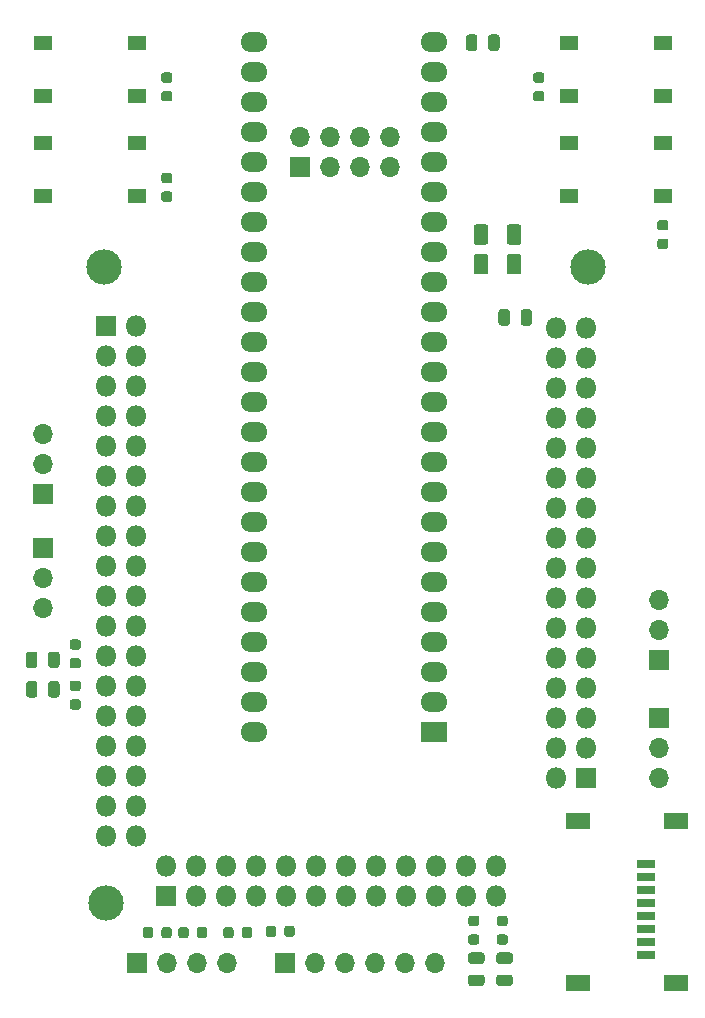
<source format=gbr>
G04 #@! TF.GenerationSoftware,KiCad,Pcbnew,(5.99.0-2378-g637571e0b-dirty)*
G04 #@! TF.CreationDate,2020-07-24T22:12:37+02:00*
G04 #@! TF.ProjectId,stm32f4_fpga,73746d33-3266-4345-9f66-7067612e6b69,rev?*
G04 #@! TF.SameCoordinates,Original*
G04 #@! TF.FileFunction,Soldermask,Top*
G04 #@! TF.FilePolarity,Negative*
%FSLAX46Y46*%
G04 Gerber Fmt 4.6, Leading zero omitted, Abs format (unit mm)*
G04 Created by KiCad (PCBNEW (5.99.0-2378-g637571e0b-dirty)) date 2020-07-24 22:12:37*
%MOMM*%
%LPD*%
G01*
G04 APERTURE LIST*
%ADD10R,1.550000X1.300000*%
%ADD11O,3.000000X3.000000*%
%ADD12O,1.800000X1.800000*%
%ADD13R,1.800000X1.800000*%
%ADD14O,1.700000X1.700000*%
%ADD15R,1.700000X1.700000*%
%ADD16O,2.300000X1.700000*%
%ADD17R,2.300000X1.700000*%
%ADD18R,1.500000X0.800000*%
%ADD19R,2.000000X1.450000*%
G04 APERTURE END LIST*
D10*
X121525000Y-10250000D03*
X129475000Y-10250000D03*
X121525000Y-14750000D03*
X129475000Y-14750000D03*
X121525000Y-18750000D03*
X129475000Y-18750000D03*
X121525000Y-23250000D03*
X129475000Y-23250000D03*
G36*
G01*
X124506250Y-65150000D02*
X123993750Y-65150000D01*
G75*
G02*
X123775000Y-64931250I0J218750D01*
G01*
X123775000Y-64493750D01*
G75*
G02*
X123993750Y-64275000I218750J0D01*
G01*
X124506250Y-64275000D01*
G75*
G02*
X124725000Y-64493750I0J-218750D01*
G01*
X124725000Y-64931250D01*
G75*
G02*
X124506250Y-65150000I-218750J0D01*
G01*
G37*
G36*
G01*
X124506250Y-66725000D02*
X123993750Y-66725000D01*
G75*
G02*
X123775000Y-66506250I0J218750D01*
G01*
X123775000Y-66068750D01*
G75*
G02*
X123993750Y-65850000I218750J0D01*
G01*
X124506250Y-65850000D01*
G75*
G02*
X124725000Y-66068750I0J-218750D01*
G01*
X124725000Y-66506250D01*
G75*
G02*
X124506250Y-66725000I-218750J0D01*
G01*
G37*
G36*
G01*
X123993750Y-62350000D02*
X124506250Y-62350000D01*
G75*
G02*
X124725000Y-62568750I0J-218750D01*
G01*
X124725000Y-63006250D01*
G75*
G02*
X124506250Y-63225000I-218750J0D01*
G01*
X123993750Y-63225000D01*
G75*
G02*
X123775000Y-63006250I0J218750D01*
G01*
X123775000Y-62568750D01*
G75*
G02*
X123993750Y-62350000I218750J0D01*
G01*
G37*
G36*
G01*
X123993750Y-60775000D02*
X124506250Y-60775000D01*
G75*
G02*
X124725000Y-60993750I0J-218750D01*
G01*
X124725000Y-61431250D01*
G75*
G02*
X124506250Y-61650000I-218750J0D01*
G01*
X123993750Y-61650000D01*
G75*
G02*
X123775000Y-61431250I0J218750D01*
G01*
X123775000Y-60993750D01*
G75*
G02*
X123993750Y-60775000I218750J0D01*
G01*
G37*
G36*
G01*
X121950000Y-65456250D02*
X121950000Y-64543750D01*
G75*
G02*
X122193750Y-64300000I243750J0D01*
G01*
X122681250Y-64300000D01*
G75*
G02*
X122925000Y-64543750I0J-243750D01*
G01*
X122925000Y-65456250D01*
G75*
G02*
X122681250Y-65700000I-243750J0D01*
G01*
X122193750Y-65700000D01*
G75*
G02*
X121950000Y-65456250I0J243750D01*
G01*
G37*
G36*
G01*
X120075000Y-65456250D02*
X120075000Y-64543750D01*
G75*
G02*
X120318750Y-64300000I243750J0D01*
G01*
X120806250Y-64300000D01*
G75*
G02*
X121050000Y-64543750I0J-243750D01*
G01*
X121050000Y-65456250D01*
G75*
G02*
X120806250Y-65700000I-243750J0D01*
G01*
X120318750Y-65700000D01*
G75*
G02*
X120075000Y-65456250I0J243750D01*
G01*
G37*
G36*
G01*
X121950000Y-62956250D02*
X121950000Y-62043750D01*
G75*
G02*
X122193750Y-61800000I243750J0D01*
G01*
X122681250Y-61800000D01*
G75*
G02*
X122925000Y-62043750I0J-243750D01*
G01*
X122925000Y-62956250D01*
G75*
G02*
X122681250Y-63200000I-243750J0D01*
G01*
X122193750Y-63200000D01*
G75*
G02*
X121950000Y-62956250I0J243750D01*
G01*
G37*
G36*
G01*
X120075000Y-62956250D02*
X120075000Y-62043750D01*
G75*
G02*
X120318750Y-61800000I243750J0D01*
G01*
X120806250Y-61800000D01*
G75*
G02*
X121050000Y-62043750I0J-243750D01*
G01*
X121050000Y-62956250D01*
G75*
G02*
X120806250Y-63200000I-243750J0D01*
G01*
X120318750Y-63200000D01*
G75*
G02*
X120075000Y-62956250I0J243750D01*
G01*
G37*
G36*
G01*
X132256250Y-13650000D02*
X131743750Y-13650000D01*
G75*
G02*
X131525000Y-13431250I0J218750D01*
G01*
X131525000Y-12993750D01*
G75*
G02*
X131743750Y-12775000I218750J0D01*
G01*
X132256250Y-12775000D01*
G75*
G02*
X132475000Y-12993750I0J-218750D01*
G01*
X132475000Y-13431250D01*
G75*
G02*
X132256250Y-13650000I-218750J0D01*
G01*
G37*
G36*
G01*
X132256250Y-15225000D02*
X131743750Y-15225000D01*
G75*
G02*
X131525000Y-15006250I0J218750D01*
G01*
X131525000Y-14568750D01*
G75*
G02*
X131743750Y-14350000I218750J0D01*
G01*
X132256250Y-14350000D01*
G75*
G02*
X132475000Y-14568750I0J-218750D01*
G01*
X132475000Y-15006250D01*
G75*
G02*
X132256250Y-15225000I-218750J0D01*
G01*
G37*
G36*
G01*
X132256250Y-22150000D02*
X131743750Y-22150000D01*
G75*
G02*
X131525000Y-21931250I0J218750D01*
G01*
X131525000Y-21493750D01*
G75*
G02*
X131743750Y-21275000I218750J0D01*
G01*
X132256250Y-21275000D01*
G75*
G02*
X132475000Y-21493750I0J-218750D01*
G01*
X132475000Y-21931250D01*
G75*
G02*
X132256250Y-22150000I-218750J0D01*
G01*
G37*
G36*
G01*
X132256250Y-23725000D02*
X131743750Y-23725000D01*
G75*
G02*
X131525000Y-23506250I0J218750D01*
G01*
X131525000Y-23068750D01*
G75*
G02*
X131743750Y-22850000I218750J0D01*
G01*
X132256250Y-22850000D01*
G75*
G02*
X132475000Y-23068750I0J-218750D01*
G01*
X132475000Y-23506250D01*
G75*
G02*
X132256250Y-23725000I-218750J0D01*
G01*
G37*
G36*
G01*
X157743750Y-85750000D02*
X158256250Y-85750000D01*
G75*
G02*
X158475000Y-85968750I0J-218750D01*
G01*
X158475000Y-86406250D01*
G75*
G02*
X158256250Y-86625000I-218750J0D01*
G01*
X157743750Y-86625000D01*
G75*
G02*
X157525000Y-86406250I0J218750D01*
G01*
X157525000Y-85968750D01*
G75*
G02*
X157743750Y-85750000I218750J0D01*
G01*
G37*
G36*
G01*
X157743750Y-84175000D02*
X158256250Y-84175000D01*
G75*
G02*
X158475000Y-84393750I0J-218750D01*
G01*
X158475000Y-84831250D01*
G75*
G02*
X158256250Y-85050000I-218750J0D01*
G01*
X157743750Y-85050000D01*
G75*
G02*
X157525000Y-84831250I0J218750D01*
G01*
X157525000Y-84393750D01*
G75*
G02*
X157743750Y-84175000I218750J0D01*
G01*
G37*
G36*
G01*
X160143750Y-85750000D02*
X160656250Y-85750000D01*
G75*
G02*
X160875000Y-85968750I0J-218750D01*
G01*
X160875000Y-86406250D01*
G75*
G02*
X160656250Y-86625000I-218750J0D01*
G01*
X160143750Y-86625000D01*
G75*
G02*
X159925000Y-86406250I0J218750D01*
G01*
X159925000Y-85968750D01*
G75*
G02*
X160143750Y-85750000I218750J0D01*
G01*
G37*
G36*
G01*
X160143750Y-84175000D02*
X160656250Y-84175000D01*
G75*
G02*
X160875000Y-84393750I0J-218750D01*
G01*
X160875000Y-84831250D01*
G75*
G02*
X160656250Y-85050000I-218750J0D01*
G01*
X160143750Y-85050000D01*
G75*
G02*
X159925000Y-84831250I0J218750D01*
G01*
X159925000Y-84393750D01*
G75*
G02*
X160143750Y-84175000I218750J0D01*
G01*
G37*
G36*
G01*
X158656250Y-88250000D02*
X157743750Y-88250000D01*
G75*
G02*
X157500000Y-88006250I0J243750D01*
G01*
X157500000Y-87518750D01*
G75*
G02*
X157743750Y-87275000I243750J0D01*
G01*
X158656250Y-87275000D01*
G75*
G02*
X158900000Y-87518750I0J-243750D01*
G01*
X158900000Y-88006250D01*
G75*
G02*
X158656250Y-88250000I-243750J0D01*
G01*
G37*
G36*
G01*
X158656250Y-90125000D02*
X157743750Y-90125000D01*
G75*
G02*
X157500000Y-89881250I0J243750D01*
G01*
X157500000Y-89393750D01*
G75*
G02*
X157743750Y-89150000I243750J0D01*
G01*
X158656250Y-89150000D01*
G75*
G02*
X158900000Y-89393750I0J-243750D01*
G01*
X158900000Y-89881250D01*
G75*
G02*
X158656250Y-90125000I-243750J0D01*
G01*
G37*
G36*
G01*
X161056250Y-88250000D02*
X160143750Y-88250000D01*
G75*
G02*
X159900000Y-88006250I0J243750D01*
G01*
X159900000Y-87518750D01*
G75*
G02*
X160143750Y-87275000I243750J0D01*
G01*
X161056250Y-87275000D01*
G75*
G02*
X161300000Y-87518750I0J-243750D01*
G01*
X161300000Y-88006250D01*
G75*
G02*
X161056250Y-88250000I-243750J0D01*
G01*
G37*
G36*
G01*
X161056250Y-90125000D02*
X160143750Y-90125000D01*
G75*
G02*
X159900000Y-89881250I0J243750D01*
G01*
X159900000Y-89393750D01*
G75*
G02*
X160143750Y-89150000I243750J0D01*
G01*
X161056250Y-89150000D01*
G75*
G02*
X161300000Y-89393750I0J-243750D01*
G01*
X161300000Y-89881250D01*
G75*
G02*
X161056250Y-90125000I-243750J0D01*
G01*
G37*
X166025000Y-10250000D03*
X173975000Y-10250000D03*
X166025000Y-14750000D03*
X173975000Y-14750000D03*
G36*
G01*
X173743750Y-26850000D02*
X174256250Y-26850000D01*
G75*
G02*
X174475000Y-27068750I0J-218750D01*
G01*
X174475000Y-27506250D01*
G75*
G02*
X174256250Y-27725000I-218750J0D01*
G01*
X173743750Y-27725000D01*
G75*
G02*
X173525000Y-27506250I0J218750D01*
G01*
X173525000Y-27068750D01*
G75*
G02*
X173743750Y-26850000I218750J0D01*
G01*
G37*
G36*
G01*
X173743750Y-25275000D02*
X174256250Y-25275000D01*
G75*
G02*
X174475000Y-25493750I0J-218750D01*
G01*
X174475000Y-25931250D01*
G75*
G02*
X174256250Y-26150000I-218750J0D01*
G01*
X173743750Y-26150000D01*
G75*
G02*
X173525000Y-25931250I0J218750D01*
G01*
X173525000Y-25493750D01*
G75*
G02*
X173743750Y-25275000I218750J0D01*
G01*
G37*
G36*
G01*
X163756250Y-13650000D02*
X163243750Y-13650000D01*
G75*
G02*
X163025000Y-13431250I0J218750D01*
G01*
X163025000Y-12993750D01*
G75*
G02*
X163243750Y-12775000I218750J0D01*
G01*
X163756250Y-12775000D01*
G75*
G02*
X163975000Y-12993750I0J-218750D01*
G01*
X163975000Y-13431250D01*
G75*
G02*
X163756250Y-13650000I-218750J0D01*
G01*
G37*
G36*
G01*
X163756250Y-15225000D02*
X163243750Y-15225000D01*
G75*
G02*
X163025000Y-15006250I0J218750D01*
G01*
X163025000Y-14568750D01*
G75*
G02*
X163243750Y-14350000I218750J0D01*
G01*
X163756250Y-14350000D01*
G75*
G02*
X163975000Y-14568750I0J-218750D01*
G01*
X163975000Y-15006250D01*
G75*
G02*
X163756250Y-15225000I-218750J0D01*
G01*
G37*
G36*
G01*
X141950000Y-85756250D02*
X141950000Y-85243750D01*
G75*
G02*
X142168750Y-85025000I218750J0D01*
G01*
X142606250Y-85025000D01*
G75*
G02*
X142825000Y-85243750I0J-218750D01*
G01*
X142825000Y-85756250D01*
G75*
G02*
X142606250Y-85975000I-218750J0D01*
G01*
X142168750Y-85975000D01*
G75*
G02*
X141950000Y-85756250I0J218750D01*
G01*
G37*
G36*
G01*
X140375000Y-85756250D02*
X140375000Y-85243750D01*
G75*
G02*
X140593750Y-85025000I218750J0D01*
G01*
X141031250Y-85025000D01*
G75*
G02*
X141250000Y-85243750I0J-218750D01*
G01*
X141250000Y-85756250D01*
G75*
G02*
X141031250Y-85975000I-218750J0D01*
G01*
X140593750Y-85975000D01*
G75*
G02*
X140375000Y-85756250I0J218750D01*
G01*
G37*
G36*
G01*
X130850000Y-85343750D02*
X130850000Y-85856250D01*
G75*
G02*
X130631250Y-86075000I-218750J0D01*
G01*
X130193750Y-86075000D01*
G75*
G02*
X129975000Y-85856250I0J218750D01*
G01*
X129975000Y-85343750D01*
G75*
G02*
X130193750Y-85125000I218750J0D01*
G01*
X130631250Y-85125000D01*
G75*
G02*
X130850000Y-85343750I0J-218750D01*
G01*
G37*
G36*
G01*
X132425000Y-85343750D02*
X132425000Y-85856250D01*
G75*
G02*
X132206250Y-86075000I-218750J0D01*
G01*
X131768750Y-86075000D01*
G75*
G02*
X131550000Y-85856250I0J218750D01*
G01*
X131550000Y-85343750D01*
G75*
G02*
X131768750Y-85125000I218750J0D01*
G01*
X132206250Y-85125000D01*
G75*
G02*
X132425000Y-85343750I0J-218750D01*
G01*
G37*
X166025000Y-18750000D03*
X173975000Y-18750000D03*
X166025000Y-23250000D03*
X173975000Y-23250000D03*
D11*
X126860000Y-83130000D03*
X167640000Y-29210000D03*
X126720000Y-29210000D03*
D12*
X159880000Y-82470000D03*
X139560000Y-82470000D03*
X144640000Y-82470000D03*
X134480000Y-82470000D03*
X137020000Y-79930000D03*
X137020000Y-82470000D03*
X134480000Y-79930000D03*
X142100000Y-82470000D03*
X157340000Y-79930000D03*
X131940000Y-79930000D03*
X154800000Y-82470000D03*
X154800000Y-79930000D03*
X149720000Y-82470000D03*
X159880000Y-79930000D03*
X147180000Y-79930000D03*
X147180000Y-82470000D03*
X144640000Y-79930000D03*
X142100000Y-79930000D03*
X152260000Y-79930000D03*
X139560000Y-79930000D03*
X149720000Y-79930000D03*
X152260000Y-82470000D03*
D13*
X131940000Y-82470000D03*
D12*
X157340000Y-82470000D03*
X167500000Y-44530000D03*
X167500000Y-64850000D03*
X167500000Y-59770000D03*
X167500000Y-69930000D03*
X164960000Y-67390000D03*
X167500000Y-67390000D03*
X164960000Y-69930000D03*
X167500000Y-41990000D03*
X167500000Y-34370000D03*
X167500000Y-62310000D03*
X167500000Y-36910000D03*
X164960000Y-47070000D03*
X164960000Y-39450000D03*
X164960000Y-72470000D03*
X167500000Y-49610000D03*
X164960000Y-49610000D03*
X167500000Y-54690000D03*
X164960000Y-44530000D03*
X164960000Y-57230000D03*
X164960000Y-34370000D03*
X164960000Y-36910000D03*
X167500000Y-57230000D03*
X164960000Y-59770000D03*
X164960000Y-62310000D03*
X164960000Y-52150000D03*
X167500000Y-39450000D03*
X164960000Y-64850000D03*
X164960000Y-54690000D03*
X167500000Y-52150000D03*
D13*
X167500000Y-72470000D03*
D12*
X167500000Y-47070000D03*
X164960000Y-41990000D03*
X129400000Y-77390000D03*
X126860000Y-77390000D03*
X129400000Y-74850000D03*
X126860000Y-74850000D03*
X129400000Y-72310000D03*
X126860000Y-72310000D03*
X129400000Y-69770000D03*
X126860000Y-69770000D03*
X129400000Y-67230000D03*
X126860000Y-67230000D03*
X129400000Y-64690000D03*
X126860000Y-64690000D03*
X129400000Y-62150000D03*
X126860000Y-62150000D03*
X129400000Y-59610000D03*
X126860000Y-59610000D03*
X129400000Y-57070000D03*
X126860000Y-57070000D03*
X129400000Y-54530000D03*
X126860000Y-54530000D03*
X129400000Y-51990000D03*
X126860000Y-51990000D03*
X129400000Y-49450000D03*
X126860000Y-49450000D03*
X129400000Y-46910000D03*
X126860000Y-46910000D03*
X129400000Y-44370000D03*
X126860000Y-44370000D03*
X129400000Y-41830000D03*
X126860000Y-41830000D03*
X129400000Y-39290000D03*
X126860000Y-39290000D03*
X129400000Y-36750000D03*
X126860000Y-36750000D03*
X129400000Y-34210000D03*
D13*
X126860000Y-34210000D03*
G36*
G01*
X160775000Y-29625000D02*
X160775000Y-28375000D01*
G75*
G02*
X161025000Y-28125000I250000J0D01*
G01*
X161775000Y-28125000D01*
G75*
G02*
X162025000Y-28375000I0J-250000D01*
G01*
X162025000Y-29625000D01*
G75*
G02*
X161775000Y-29875000I-250000J0D01*
G01*
X161025000Y-29875000D01*
G75*
G02*
X160775000Y-29625000I0J250000D01*
G01*
G37*
G36*
G01*
X157975000Y-29625000D02*
X157975000Y-28375000D01*
G75*
G02*
X158225000Y-28125000I250000J0D01*
G01*
X158975000Y-28125000D01*
G75*
G02*
X159225000Y-28375000I0J-250000D01*
G01*
X159225000Y-29625000D01*
G75*
G02*
X158975000Y-29875000I-250000J0D01*
G01*
X158225000Y-29875000D01*
G75*
G02*
X157975000Y-29625000I0J250000D01*
G01*
G37*
G36*
G01*
X159225000Y-25875000D02*
X159225000Y-27125000D01*
G75*
G02*
X158975000Y-27375000I-250000J0D01*
G01*
X158225000Y-27375000D01*
G75*
G02*
X157975000Y-27125000I0J250000D01*
G01*
X157975000Y-25875000D01*
G75*
G02*
X158225000Y-25625000I250000J0D01*
G01*
X158975000Y-25625000D01*
G75*
G02*
X159225000Y-25875000I0J-250000D01*
G01*
G37*
G36*
G01*
X162025000Y-25875000D02*
X162025000Y-27125000D01*
G75*
G02*
X161775000Y-27375000I-250000J0D01*
G01*
X161025000Y-27375000D01*
G75*
G02*
X160775000Y-27125000I0J250000D01*
G01*
X160775000Y-25875000D01*
G75*
G02*
X161025000Y-25625000I250000J0D01*
G01*
X161775000Y-25625000D01*
G75*
G02*
X162025000Y-25875000I0J-250000D01*
G01*
G37*
D14*
X150870000Y-18210000D03*
X150870000Y-20750000D03*
X148330000Y-18210000D03*
X148330000Y-20750000D03*
X145790000Y-18210000D03*
X145790000Y-20750000D03*
X143250000Y-18210000D03*
D15*
X143250000Y-20750000D03*
D16*
X139360000Y-10180000D03*
X139360000Y-12720000D03*
X139360000Y-15260000D03*
X139360000Y-17800000D03*
X139360000Y-20340000D03*
X139360000Y-22880000D03*
X139360000Y-25420000D03*
X139360000Y-27960000D03*
X139360000Y-30500000D03*
X139360000Y-33040000D03*
X139360000Y-35580000D03*
X139360000Y-38120000D03*
X139360000Y-40660000D03*
X139360000Y-43200000D03*
X139360000Y-45740000D03*
X139360000Y-48280000D03*
X139360000Y-63520000D03*
X139360000Y-66060000D03*
X139360000Y-68600000D03*
X139360000Y-50820000D03*
X139360000Y-53360000D03*
X139360000Y-55900000D03*
X139360000Y-58440000D03*
X139360000Y-60980000D03*
X154600000Y-10180000D03*
X154600000Y-12720000D03*
X154600000Y-15260000D03*
X154600000Y-17800000D03*
X154600000Y-20340000D03*
X154600000Y-22880000D03*
X154600000Y-25420000D03*
X154600000Y-27960000D03*
X154600000Y-30500000D03*
X154600000Y-33040000D03*
X154600000Y-35580000D03*
X154600000Y-38120000D03*
X154600000Y-40660000D03*
X154600000Y-43200000D03*
X154600000Y-45740000D03*
X154600000Y-48280000D03*
X154600000Y-50820000D03*
X154600000Y-53360000D03*
X154600000Y-55900000D03*
X154600000Y-58440000D03*
X154600000Y-60980000D03*
X154600000Y-63520000D03*
X154600000Y-66060000D03*
D17*
X154600000Y-68600000D03*
G36*
G01*
X134550000Y-85856250D02*
X134550000Y-85343750D01*
G75*
G02*
X134768750Y-85125000I218750J0D01*
G01*
X135206250Y-85125000D01*
G75*
G02*
X135425000Y-85343750I0J-218750D01*
G01*
X135425000Y-85856250D01*
G75*
G02*
X135206250Y-86075000I-218750J0D01*
G01*
X134768750Y-86075000D01*
G75*
G02*
X134550000Y-85856250I0J218750D01*
G01*
G37*
G36*
G01*
X132975000Y-85856250D02*
X132975000Y-85343750D01*
G75*
G02*
X133193750Y-85125000I218750J0D01*
G01*
X133631250Y-85125000D01*
G75*
G02*
X133850000Y-85343750I0J-218750D01*
G01*
X133850000Y-85856250D01*
G75*
G02*
X133631250Y-86075000I-218750J0D01*
G01*
X133193750Y-86075000D01*
G75*
G02*
X132975000Y-85856250I0J218750D01*
G01*
G37*
G36*
G01*
X137650000Y-85343750D02*
X137650000Y-85856250D01*
G75*
G02*
X137431250Y-86075000I-218750J0D01*
G01*
X136993750Y-86075000D01*
G75*
G02*
X136775000Y-85856250I0J218750D01*
G01*
X136775000Y-85343750D01*
G75*
G02*
X136993750Y-85125000I218750J0D01*
G01*
X137431250Y-85125000D01*
G75*
G02*
X137650000Y-85343750I0J-218750D01*
G01*
G37*
G36*
G01*
X139225000Y-85343750D02*
X139225000Y-85856250D01*
G75*
G02*
X139006250Y-86075000I-218750J0D01*
G01*
X138568750Y-86075000D01*
G75*
G02*
X138350000Y-85856250I0J218750D01*
G01*
X138350000Y-85343750D01*
G75*
G02*
X138568750Y-85125000I218750J0D01*
G01*
X139006250Y-85125000D01*
G75*
G02*
X139225000Y-85343750I0J-218750D01*
G01*
G37*
D14*
X154700000Y-88200000D03*
X152160000Y-88200000D03*
X149620000Y-88200000D03*
X147080000Y-88200000D03*
X144540000Y-88200000D03*
D15*
X142000000Y-88200000D03*
D14*
X137120000Y-88200000D03*
X134580000Y-88200000D03*
X132040000Y-88200000D03*
D15*
X129500000Y-88200000D03*
D14*
X121500000Y-43420000D03*
X121500000Y-45960000D03*
D15*
X121500000Y-48500000D03*
D14*
X121500000Y-58080000D03*
X121500000Y-55540000D03*
D15*
X121500000Y-53000000D03*
D14*
X173700000Y-57420000D03*
X173700000Y-59960000D03*
D15*
X173700000Y-62500000D03*
D18*
X172550000Y-79800000D03*
X172550000Y-80900000D03*
X172550000Y-82000000D03*
X172550000Y-83100000D03*
X172550000Y-84200000D03*
X172550000Y-85300000D03*
X172550000Y-86400000D03*
X172550000Y-87500000D03*
D19*
X166850000Y-89875000D03*
X166850000Y-76125000D03*
X175150000Y-76125000D03*
X175150000Y-89875000D03*
D14*
X173700000Y-72480000D03*
X173700000Y-69940000D03*
D15*
X173700000Y-67400000D03*
G36*
G01*
X161050000Y-33057788D02*
X161050000Y-33970288D01*
G75*
G02*
X160806250Y-34214038I-243750J0D01*
G01*
X160318750Y-34214038D01*
G75*
G02*
X160075000Y-33970288I0J243750D01*
G01*
X160075000Y-33057788D01*
G75*
G02*
X160318750Y-32814038I243750J0D01*
G01*
X160806250Y-32814038D01*
G75*
G02*
X161050000Y-33057788I0J-243750D01*
G01*
G37*
G36*
G01*
X162925000Y-33057788D02*
X162925000Y-33970288D01*
G75*
G02*
X162681250Y-34214038I-243750J0D01*
G01*
X162193750Y-34214038D01*
G75*
G02*
X161950000Y-33970288I0J243750D01*
G01*
X161950000Y-33057788D01*
G75*
G02*
X162193750Y-32814038I243750J0D01*
G01*
X162681250Y-32814038D01*
G75*
G02*
X162925000Y-33057788I0J-243750D01*
G01*
G37*
G36*
G01*
X159200000Y-10706250D02*
X159200000Y-9793750D01*
G75*
G02*
X159443750Y-9550000I243750J0D01*
G01*
X159931250Y-9550000D01*
G75*
G02*
X160175000Y-9793750I0J-243750D01*
G01*
X160175000Y-10706250D01*
G75*
G02*
X159931250Y-10950000I-243750J0D01*
G01*
X159443750Y-10950000D01*
G75*
G02*
X159200000Y-10706250I0J243750D01*
G01*
G37*
G36*
G01*
X157325000Y-10706250D02*
X157325000Y-9793750D01*
G75*
G02*
X157568750Y-9550000I243750J0D01*
G01*
X158056250Y-9550000D01*
G75*
G02*
X158300000Y-9793750I0J-243750D01*
G01*
X158300000Y-10706250D01*
G75*
G02*
X158056250Y-10950000I-243750J0D01*
G01*
X157568750Y-10950000D01*
G75*
G02*
X157325000Y-10706250I0J243750D01*
G01*
G37*
M02*

</source>
